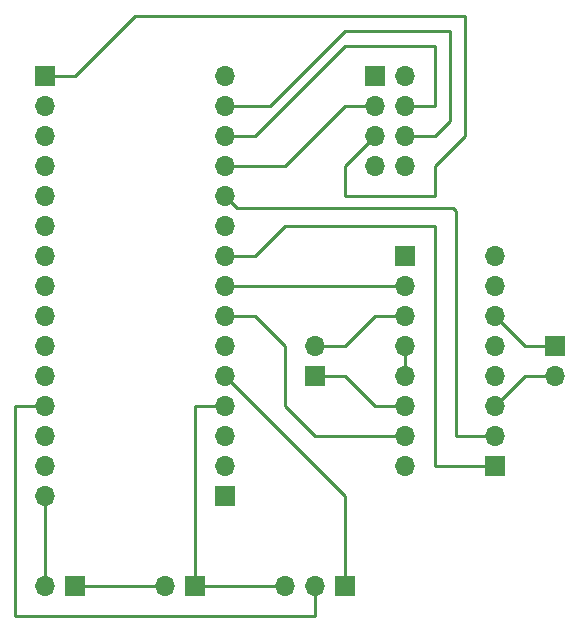
<source format=gtl>
G04 #@! TF.FileFunction,Copper,L1,Top,Signal*
%FSLAX46Y46*%
G04 Gerber Fmt 4.6, Leading zero omitted, Abs format (unit mm)*
G04 Created by KiCad (PCBNEW 4.0.7) date 02/27/18 09:42:24*
%MOMM*%
%LPD*%
G01*
G04 APERTURE LIST*
%ADD10C,0.100000*%
%ADD11R,1.700000X1.700000*%
%ADD12O,1.700000X1.700000*%
%ADD13C,0.250000*%
G04 APERTURE END LIST*
D10*
D11*
X182880000Y-127000000D03*
D12*
X180340000Y-127000000D03*
D11*
X185420000Y-119380000D03*
D12*
X185420000Y-116840000D03*
X185420000Y-114300000D03*
X185420000Y-111760000D03*
X185420000Y-109220000D03*
X185420000Y-106680000D03*
X185420000Y-104140000D03*
X185420000Y-101600000D03*
X185420000Y-99060000D03*
X185420000Y-96520000D03*
X185420000Y-93980000D03*
X185420000Y-91440000D03*
X185420000Y-88900000D03*
X185420000Y-86360000D03*
X185420000Y-83820000D03*
D11*
X208280000Y-116840000D03*
D12*
X208280000Y-114300000D03*
X208280000Y-111760000D03*
X208280000Y-109220000D03*
X208280000Y-106680000D03*
X208280000Y-104140000D03*
X208280000Y-101600000D03*
X208280000Y-99060000D03*
D11*
X200660000Y-99060000D03*
D12*
X200660000Y-101600000D03*
X200660000Y-104140000D03*
X200660000Y-106680000D03*
X200660000Y-109220000D03*
X200660000Y-111760000D03*
X200660000Y-114300000D03*
X200660000Y-116840000D03*
D11*
X193040000Y-109220000D03*
D12*
X193040000Y-106680000D03*
D11*
X213360000Y-106680000D03*
D12*
X213360000Y-109220000D03*
D11*
X198120000Y-83820000D03*
D12*
X200660000Y-83820000D03*
X198120000Y-86360000D03*
X200660000Y-86360000D03*
X198120000Y-88900000D03*
X200660000Y-88900000D03*
X198120000Y-91440000D03*
X200660000Y-91440000D03*
D11*
X195580000Y-127000000D03*
D12*
X193040000Y-127000000D03*
X190500000Y-127000000D03*
D11*
X172720000Y-127000000D03*
D12*
X170180000Y-127000000D03*
D11*
X170180000Y-83820000D03*
D12*
X170180000Y-86360000D03*
X170180000Y-88900000D03*
X170180000Y-91440000D03*
X170180000Y-93980000D03*
X170180000Y-96520000D03*
X170180000Y-99060000D03*
X170180000Y-101600000D03*
X170180000Y-104140000D03*
X170180000Y-106680000D03*
X170180000Y-109220000D03*
X170180000Y-111760000D03*
X170180000Y-114300000D03*
X170180000Y-116840000D03*
X170180000Y-119380000D03*
D13*
X182880000Y-127000000D02*
X182880000Y-111760000D01*
X182880000Y-111760000D02*
X185420000Y-111760000D01*
X190500000Y-127000000D02*
X182880000Y-127000000D01*
X180340000Y-127000000D02*
X172720000Y-127000000D01*
X195580000Y-127000000D02*
X195580000Y-119380000D01*
X195580000Y-119380000D02*
X185420000Y-109220000D01*
X200660000Y-114300000D02*
X193040000Y-114300000D01*
X187960000Y-104140000D02*
X185420000Y-104140000D01*
X190500000Y-106680000D02*
X187960000Y-104140000D01*
X190500000Y-111760000D02*
X190500000Y-106680000D01*
X193040000Y-114300000D02*
X190500000Y-111760000D01*
X200660000Y-101600000D02*
X185420000Y-101600000D01*
X208280000Y-116840000D02*
X203200000Y-116840000D01*
X187960000Y-99060000D02*
X185420000Y-99060000D01*
X190500000Y-96520000D02*
X187960000Y-99060000D01*
X203200000Y-96520000D02*
X190500000Y-96520000D01*
X203200000Y-116840000D02*
X203200000Y-96520000D01*
X208280000Y-114300000D02*
X204978000Y-114300000D01*
X186436000Y-94996000D02*
X185420000Y-93980000D01*
X204724000Y-94996000D02*
X186436000Y-94996000D01*
X204978000Y-95250000D02*
X204724000Y-94996000D01*
X204978000Y-114300000D02*
X204978000Y-95250000D01*
X198120000Y-86360000D02*
X195580000Y-86360000D01*
X190500000Y-91440000D02*
X185420000Y-91440000D01*
X195580000Y-86360000D02*
X190500000Y-91440000D01*
X200660000Y-86360000D02*
X203200000Y-86360000D01*
X187960000Y-88900000D02*
X185420000Y-88900000D01*
X191770000Y-85090000D02*
X187960000Y-88900000D01*
X195580000Y-81280000D02*
X191770000Y-85090000D01*
X203200000Y-81280000D02*
X195580000Y-81280000D01*
X203200000Y-86360000D02*
X203200000Y-81280000D01*
X200660000Y-88900000D02*
X203200000Y-88900000D01*
X189230000Y-86360000D02*
X185420000Y-86360000D01*
X195580000Y-80010000D02*
X189230000Y-86360000D01*
X204470000Y-80010000D02*
X195580000Y-80010000D01*
X204470000Y-87630000D02*
X204470000Y-80010000D01*
X203200000Y-88900000D02*
X204470000Y-87630000D01*
X208280000Y-111760000D02*
X210820000Y-109220000D01*
X210820000Y-109220000D02*
X213360000Y-109220000D01*
X208280000Y-104140000D02*
X210820000Y-106680000D01*
X210820000Y-106680000D02*
X213360000Y-106680000D01*
X193040000Y-127000000D02*
X193040000Y-129540000D01*
X167640000Y-111760000D02*
X170180000Y-111760000D01*
X167640000Y-129540000D02*
X167640000Y-111760000D01*
X193040000Y-129540000D02*
X167640000Y-129540000D01*
X200660000Y-104140000D02*
X198120000Y-104140000D01*
X195580000Y-106680000D02*
X193040000Y-106680000D01*
X198120000Y-104140000D02*
X195580000Y-106680000D01*
X200660000Y-109220000D02*
X200660000Y-106680000D01*
X200660000Y-111760000D02*
X198120000Y-111760000D01*
X195580000Y-109220000D02*
X193040000Y-109220000D01*
X198120000Y-111760000D02*
X195580000Y-109220000D01*
X170180000Y-119380000D02*
X170180000Y-127000000D01*
X198120000Y-88900000D02*
X195580000Y-91440000D01*
X172720000Y-83820000D02*
X170180000Y-83820000D01*
X177800000Y-78740000D02*
X172720000Y-83820000D01*
X200660000Y-78740000D02*
X177800000Y-78740000D01*
X205740000Y-78740000D02*
X200660000Y-78740000D01*
X205740000Y-81280000D02*
X205740000Y-78740000D01*
X205740000Y-83820000D02*
X205740000Y-81280000D01*
X205740000Y-86360000D02*
X205740000Y-83820000D01*
X205740000Y-88900000D02*
X205740000Y-86360000D01*
X203200000Y-91440000D02*
X205740000Y-88900000D01*
X203200000Y-93980000D02*
X203200000Y-91440000D01*
X200660000Y-93980000D02*
X203200000Y-93980000D01*
X198120000Y-93980000D02*
X200660000Y-93980000D01*
X195580000Y-93980000D02*
X198120000Y-93980000D01*
X195580000Y-91440000D02*
X195580000Y-93980000D01*
M02*

</source>
